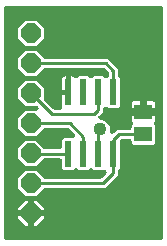
<source format=gbr>
G04 EAGLE Gerber RS-274X export*
G75*
%MOMM*%
%FSLAX34Y34*%
%LPD*%
%INTop Copper*%
%IPPOS*%
%AMOC8*
5,1,8,0,0,1.08239X$1,22.5*%
G01*
%ADD10R,0.600000X2.200000*%
%ADD11R,1.500000X1.300000*%
%ADD12P,1.759533X8X22.500000*%
%ADD13C,0.254000*%
%ADD14C,1.016000*%
%ADD15C,1.108000*%

G36*
X135146Y2543D02*
X135146Y2543D01*
X135164Y2541D01*
X135346Y2562D01*
X135529Y2581D01*
X135546Y2586D01*
X135563Y2588D01*
X135738Y2645D01*
X135914Y2699D01*
X135929Y2707D01*
X135946Y2713D01*
X136106Y2803D01*
X136268Y2891D01*
X136281Y2902D01*
X136297Y2911D01*
X136436Y3031D01*
X136577Y3148D01*
X136588Y3162D01*
X136602Y3174D01*
X136714Y3319D01*
X136829Y3462D01*
X136837Y3478D01*
X136848Y3492D01*
X136930Y3657D01*
X137015Y3819D01*
X137020Y3836D01*
X137028Y3852D01*
X137075Y4031D01*
X137126Y4206D01*
X137128Y4224D01*
X137132Y4241D01*
X137159Y4572D01*
X137159Y198628D01*
X137157Y198646D01*
X137159Y198664D01*
X137138Y198846D01*
X137119Y199029D01*
X137114Y199046D01*
X137112Y199063D01*
X137055Y199238D01*
X137001Y199414D01*
X136993Y199429D01*
X136987Y199446D01*
X136897Y199606D01*
X136809Y199768D01*
X136798Y199781D01*
X136789Y199797D01*
X136669Y199936D01*
X136552Y200077D01*
X136538Y200088D01*
X136526Y200102D01*
X136381Y200214D01*
X136238Y200329D01*
X136222Y200337D01*
X136208Y200348D01*
X136043Y200430D01*
X135881Y200515D01*
X135864Y200520D01*
X135848Y200528D01*
X135669Y200575D01*
X135494Y200626D01*
X135476Y200628D01*
X135459Y200632D01*
X135128Y200659D01*
X4572Y200659D01*
X4554Y200657D01*
X4536Y200659D01*
X4354Y200638D01*
X4171Y200619D01*
X4154Y200614D01*
X4137Y200612D01*
X3962Y200555D01*
X3786Y200501D01*
X3771Y200493D01*
X3754Y200487D01*
X3594Y200397D01*
X3432Y200309D01*
X3419Y200298D01*
X3403Y200289D01*
X3264Y200169D01*
X3123Y200052D01*
X3112Y200038D01*
X3098Y200026D01*
X2986Y199881D01*
X2871Y199738D01*
X2863Y199722D01*
X2852Y199708D01*
X2770Y199543D01*
X2685Y199381D01*
X2680Y199364D01*
X2672Y199348D01*
X2625Y199169D01*
X2574Y198994D01*
X2572Y198976D01*
X2568Y198959D01*
X2541Y198628D01*
X2541Y4572D01*
X2543Y4554D01*
X2541Y4536D01*
X2562Y4354D01*
X2581Y4171D01*
X2586Y4154D01*
X2588Y4137D01*
X2645Y3962D01*
X2699Y3786D01*
X2707Y3771D01*
X2713Y3754D01*
X2803Y3594D01*
X2891Y3432D01*
X2902Y3419D01*
X2911Y3403D01*
X3031Y3264D01*
X3148Y3123D01*
X3162Y3112D01*
X3174Y3098D01*
X3319Y2986D01*
X3462Y2871D01*
X3478Y2863D01*
X3492Y2852D01*
X3657Y2770D01*
X3819Y2685D01*
X3836Y2680D01*
X3852Y2672D01*
X4031Y2625D01*
X4206Y2574D01*
X4224Y2572D01*
X4241Y2568D01*
X4572Y2541D01*
X135128Y2541D01*
X135146Y2543D01*
G37*
%LPC*%
G36*
X20981Y40131D02*
X20981Y40131D01*
X14731Y46381D01*
X14731Y55219D01*
X20981Y61469D01*
X29819Y61469D01*
X36082Y55206D01*
X36103Y55189D01*
X36120Y55168D01*
X36258Y55061D01*
X36394Y54951D01*
X36417Y54938D01*
X36438Y54922D01*
X36595Y54844D01*
X36749Y54762D01*
X36775Y54754D01*
X36799Y54742D01*
X36968Y54697D01*
X37135Y54647D01*
X37162Y54645D01*
X37188Y54638D01*
X37518Y54611D01*
X83940Y54611D01*
X83967Y54613D01*
X83993Y54611D01*
X84167Y54633D01*
X84341Y54651D01*
X84366Y54658D01*
X84393Y54662D01*
X84558Y54717D01*
X84726Y54769D01*
X84749Y54782D01*
X84775Y54790D01*
X84926Y54877D01*
X85080Y54961D01*
X85100Y54978D01*
X85123Y54991D01*
X85376Y55206D01*
X88763Y58592D01*
X88768Y58599D01*
X88775Y58604D01*
X88895Y58754D01*
X89018Y58903D01*
X89022Y58911D01*
X89027Y58918D01*
X89116Y59088D01*
X89206Y59259D01*
X89209Y59268D01*
X89213Y59275D01*
X89266Y59460D01*
X89321Y59645D01*
X89322Y59654D01*
X89324Y59662D01*
X89340Y59851D01*
X89357Y60046D01*
X89356Y60055D01*
X89357Y60064D01*
X89335Y60253D01*
X89314Y60446D01*
X89311Y60455D01*
X89310Y60463D01*
X89251Y60645D01*
X89193Y60830D01*
X89188Y60838D01*
X89185Y60846D01*
X89090Y61015D01*
X88998Y61182D01*
X88992Y61189D01*
X88988Y61197D01*
X88862Y61343D01*
X88737Y61489D01*
X88730Y61495D01*
X88724Y61502D01*
X88573Y61619D01*
X88421Y61739D01*
X88413Y61743D01*
X88406Y61748D01*
X88234Y61834D01*
X88062Y61921D01*
X88054Y61924D01*
X88046Y61928D01*
X87860Y61978D01*
X87674Y62029D01*
X87666Y62030D01*
X87657Y62032D01*
X87326Y62059D01*
X78498Y62059D01*
X77636Y62921D01*
X77623Y62932D01*
X77611Y62945D01*
X77466Y63060D01*
X77325Y63176D01*
X77309Y63184D01*
X77295Y63195D01*
X77131Y63278D01*
X76969Y63364D01*
X76952Y63369D01*
X76936Y63377D01*
X76759Y63427D01*
X76583Y63479D01*
X76565Y63481D01*
X76548Y63485D01*
X76365Y63499D01*
X76182Y63515D01*
X76164Y63513D01*
X76147Y63515D01*
X75965Y63492D01*
X75782Y63472D01*
X75765Y63467D01*
X75747Y63464D01*
X75574Y63406D01*
X75398Y63351D01*
X75382Y63342D01*
X75366Y63336D01*
X75207Y63245D01*
X75046Y63156D01*
X75032Y63144D01*
X75017Y63135D01*
X74764Y62921D01*
X73902Y62059D01*
X65798Y62059D01*
X64936Y62921D01*
X64923Y62932D01*
X64911Y62945D01*
X64766Y63060D01*
X64625Y63176D01*
X64609Y63184D01*
X64595Y63195D01*
X64431Y63278D01*
X64269Y63364D01*
X64252Y63369D01*
X64236Y63377D01*
X64059Y63427D01*
X63883Y63479D01*
X63865Y63481D01*
X63848Y63485D01*
X63665Y63499D01*
X63482Y63515D01*
X63464Y63513D01*
X63447Y63515D01*
X63265Y63492D01*
X63082Y63472D01*
X63065Y63467D01*
X63047Y63464D01*
X62874Y63406D01*
X62698Y63351D01*
X62682Y63342D01*
X62666Y63336D01*
X62507Y63245D01*
X62346Y63156D01*
X62332Y63144D01*
X62317Y63135D01*
X62064Y62921D01*
X61202Y62059D01*
X53098Y62059D01*
X51609Y63548D01*
X51609Y69758D01*
X51607Y69776D01*
X51609Y69794D01*
X51588Y69976D01*
X51569Y70159D01*
X51564Y70176D01*
X51562Y70193D01*
X51505Y70368D01*
X51451Y70544D01*
X51443Y70559D01*
X51437Y70576D01*
X51347Y70736D01*
X51259Y70898D01*
X51248Y70911D01*
X51239Y70927D01*
X51119Y71066D01*
X51002Y71207D01*
X50988Y71218D01*
X50976Y71232D01*
X50831Y71344D01*
X50688Y71459D01*
X50672Y71467D01*
X50658Y71478D01*
X50493Y71560D01*
X50331Y71645D01*
X50314Y71650D01*
X50298Y71658D01*
X50119Y71705D01*
X49944Y71756D01*
X49926Y71758D01*
X49909Y71762D01*
X49578Y71789D01*
X36918Y71789D01*
X36892Y71787D01*
X36865Y71789D01*
X36691Y71767D01*
X36518Y71749D01*
X36492Y71742D01*
X36466Y71738D01*
X36300Y71683D01*
X36133Y71631D01*
X36109Y71618D01*
X36084Y71610D01*
X35932Y71523D01*
X35779Y71439D01*
X35758Y71422D01*
X35735Y71409D01*
X35482Y71194D01*
X29819Y65531D01*
X20981Y65531D01*
X14731Y71781D01*
X14731Y80619D01*
X20981Y86869D01*
X29819Y86869D01*
X36584Y80104D01*
X36676Y79993D01*
X36690Y79982D01*
X36702Y79968D01*
X36847Y79856D01*
X36990Y79741D01*
X37006Y79733D01*
X37020Y79722D01*
X37185Y79640D01*
X37347Y79555D01*
X37364Y79550D01*
X37380Y79542D01*
X37559Y79495D01*
X37734Y79444D01*
X37752Y79442D01*
X37769Y79438D01*
X38100Y79411D01*
X49578Y79411D01*
X49596Y79413D01*
X49614Y79411D01*
X49796Y79432D01*
X49979Y79451D01*
X49996Y79456D01*
X50013Y79458D01*
X50188Y79515D01*
X50364Y79569D01*
X50379Y79577D01*
X50396Y79583D01*
X50556Y79673D01*
X50718Y79761D01*
X50731Y79772D01*
X50747Y79781D01*
X50886Y79901D01*
X51027Y80018D01*
X51038Y80032D01*
X51052Y80044D01*
X51164Y80189D01*
X51279Y80332D01*
X51287Y80348D01*
X51298Y80362D01*
X51380Y80527D01*
X51465Y80689D01*
X51470Y80706D01*
X51478Y80722D01*
X51525Y80901D01*
X51576Y81076D01*
X51578Y81094D01*
X51582Y81111D01*
X51609Y81442D01*
X51609Y87652D01*
X53098Y89141D01*
X60586Y89141D01*
X60595Y89142D01*
X60604Y89141D01*
X60796Y89162D01*
X60987Y89181D01*
X60995Y89183D01*
X61004Y89184D01*
X61187Y89242D01*
X61372Y89299D01*
X61380Y89303D01*
X61388Y89306D01*
X61557Y89399D01*
X61726Y89491D01*
X61733Y89496D01*
X61740Y89501D01*
X61887Y89625D01*
X62035Y89748D01*
X62041Y89755D01*
X62047Y89761D01*
X62166Y89912D01*
X62287Y90062D01*
X62292Y90070D01*
X62297Y90077D01*
X62385Y90250D01*
X62473Y90419D01*
X62475Y90428D01*
X62479Y90436D01*
X62531Y90620D01*
X62584Y90806D01*
X62585Y90815D01*
X62587Y90824D01*
X62602Y91017D01*
X62617Y91208D01*
X62616Y91216D01*
X62617Y91225D01*
X62592Y91418D01*
X62570Y91607D01*
X62568Y91616D01*
X62566Y91625D01*
X62505Y91808D01*
X62445Y91990D01*
X62441Y91998D01*
X62438Y92006D01*
X62342Y92173D01*
X62248Y92341D01*
X62242Y92348D01*
X62237Y92355D01*
X62023Y92608D01*
X57436Y97194D01*
X57416Y97211D01*
X57398Y97232D01*
X57261Y97338D01*
X57125Y97449D01*
X57101Y97462D01*
X57080Y97478D01*
X56924Y97556D01*
X56769Y97638D01*
X56744Y97646D01*
X56720Y97658D01*
X56551Y97703D01*
X56383Y97753D01*
X56357Y97755D01*
X56331Y97762D01*
X56000Y97789D01*
X37518Y97789D01*
X37492Y97787D01*
X37465Y97789D01*
X37291Y97767D01*
X37118Y97749D01*
X37092Y97742D01*
X37066Y97738D01*
X36900Y97683D01*
X36733Y97631D01*
X36709Y97618D01*
X36684Y97610D01*
X36532Y97523D01*
X36379Y97439D01*
X36358Y97422D01*
X36335Y97409D01*
X36082Y97194D01*
X29819Y90931D01*
X20981Y90931D01*
X14731Y97181D01*
X14731Y106019D01*
X20981Y112269D01*
X29838Y112269D01*
X29847Y112270D01*
X29856Y112269D01*
X30049Y112290D01*
X30239Y112309D01*
X30247Y112311D01*
X30256Y112312D01*
X30441Y112371D01*
X30624Y112427D01*
X30632Y112431D01*
X30640Y112434D01*
X30808Y112527D01*
X30978Y112619D01*
X30985Y112624D01*
X30992Y112629D01*
X31140Y112753D01*
X31287Y112876D01*
X31293Y112883D01*
X31299Y112889D01*
X31419Y113041D01*
X31539Y113190D01*
X31544Y113198D01*
X31549Y113205D01*
X31636Y113377D01*
X31725Y113547D01*
X31727Y113556D01*
X31731Y113564D01*
X31783Y113748D01*
X31836Y113934D01*
X31837Y113943D01*
X31839Y113952D01*
X31854Y114145D01*
X31869Y114336D01*
X31868Y114344D01*
X31869Y114353D01*
X31845Y114546D01*
X31822Y114735D01*
X31820Y114744D01*
X31818Y114753D01*
X31757Y114935D01*
X31697Y115118D01*
X31693Y115126D01*
X31690Y115134D01*
X31594Y115301D01*
X31500Y115469D01*
X31494Y115476D01*
X31489Y115483D01*
X31275Y115736D01*
X31254Y115753D01*
X31236Y115774D01*
X31098Y115881D01*
X30963Y115991D01*
X30939Y116004D01*
X30918Y116020D01*
X30761Y116098D01*
X30607Y116180D01*
X30582Y116188D01*
X30558Y116200D01*
X30388Y116245D01*
X30221Y116295D01*
X30195Y116297D01*
X30169Y116304D01*
X29838Y116331D01*
X20981Y116331D01*
X14731Y122581D01*
X14731Y131419D01*
X20981Y137669D01*
X29819Y137669D01*
X36069Y131419D01*
X36069Y122562D01*
X36071Y122535D01*
X36069Y122508D01*
X36091Y122335D01*
X36109Y122161D01*
X36116Y122136D01*
X36120Y122109D01*
X36176Y121943D01*
X36227Y121776D01*
X36240Y121753D01*
X36248Y121727D01*
X36335Y121576D01*
X36419Y121422D01*
X36436Y121402D01*
X36449Y121378D01*
X36664Y121125D01*
X44164Y113626D01*
X44184Y113609D01*
X44202Y113588D01*
X44340Y113481D01*
X44475Y113371D01*
X44499Y113358D01*
X44520Y113342D01*
X44677Y113264D01*
X44831Y113182D01*
X44856Y113174D01*
X44880Y113162D01*
X45050Y113117D01*
X45217Y113067D01*
X45243Y113065D01*
X45269Y113058D01*
X45600Y113031D01*
X49829Y113031D01*
X49911Y113039D01*
X49993Y113037D01*
X50111Y113059D01*
X50229Y113071D01*
X50308Y113095D01*
X50389Y113109D01*
X50500Y113154D01*
X50614Y113189D01*
X50687Y113228D01*
X50763Y113258D01*
X50863Y113324D01*
X50968Y113381D01*
X51032Y113433D01*
X51100Y113478D01*
X51186Y113562D01*
X51278Y113638D01*
X51329Y113702D01*
X51388Y113760D01*
X51455Y113859D01*
X51530Y113952D01*
X51568Y114025D01*
X51614Y114093D01*
X51660Y114203D01*
X51716Y114309D01*
X51738Y114388D01*
X51770Y114464D01*
X51794Y114581D01*
X51827Y114696D01*
X51834Y114778D01*
X51850Y114859D01*
X51850Y114978D01*
X51860Y115098D01*
X51850Y115179D01*
X51850Y115261D01*
X51823Y115411D01*
X51813Y115497D01*
X51800Y115536D01*
X51791Y115588D01*
X51609Y116266D01*
X51609Y125569D01*
X57150Y125569D01*
X57167Y125570D01*
X57185Y125569D01*
X57368Y125590D01*
X57550Y125608D01*
X57567Y125614D01*
X57585Y125616D01*
X57760Y125673D01*
X57935Y125727D01*
X57951Y125735D01*
X57968Y125741D01*
X58128Y125831D01*
X58289Y125918D01*
X58303Y125930D01*
X58318Y125939D01*
X58458Y126059D01*
X58598Y126176D01*
X58599Y126176D01*
X58599Y126177D01*
X58610Y126190D01*
X58623Y126202D01*
X58624Y126202D01*
X58736Y126347D01*
X58851Y126490D01*
X58860Y126506D01*
X58870Y126520D01*
X58952Y126685D01*
X59037Y126848D01*
X59042Y126865D01*
X59050Y126881D01*
X59098Y127059D01*
X59148Y127235D01*
X59150Y127252D01*
X59154Y127270D01*
X59181Y127600D01*
X59181Y141141D01*
X60485Y141141D01*
X61131Y140968D01*
X61710Y140633D01*
X62064Y140279D01*
X62078Y140268D01*
X62089Y140255D01*
X62233Y140141D01*
X62375Y140024D01*
X62391Y140016D01*
X62405Y140005D01*
X62569Y139921D01*
X62731Y139836D01*
X62748Y139831D01*
X62764Y139823D01*
X62941Y139773D01*
X63117Y139721D01*
X63135Y139719D01*
X63152Y139715D01*
X63335Y139701D01*
X63518Y139685D01*
X63536Y139687D01*
X63553Y139685D01*
X63735Y139708D01*
X63918Y139728D01*
X63935Y139733D01*
X63953Y139736D01*
X64127Y139794D01*
X64302Y139849D01*
X64318Y139858D01*
X64334Y139864D01*
X64493Y139955D01*
X64654Y140044D01*
X64668Y140056D01*
X64683Y140065D01*
X64936Y140279D01*
X65798Y141141D01*
X73902Y141141D01*
X74764Y140279D01*
X74778Y140268D01*
X74789Y140255D01*
X74933Y140141D01*
X75075Y140024D01*
X75091Y140016D01*
X75105Y140005D01*
X75269Y139921D01*
X75431Y139836D01*
X75448Y139831D01*
X75464Y139823D01*
X75641Y139773D01*
X75817Y139721D01*
X75835Y139719D01*
X75852Y139715D01*
X76035Y139701D01*
X76218Y139685D01*
X76236Y139687D01*
X76253Y139685D01*
X76435Y139708D01*
X76618Y139728D01*
X76635Y139733D01*
X76653Y139736D01*
X76827Y139794D01*
X77002Y139849D01*
X77018Y139858D01*
X77034Y139864D01*
X77193Y139955D01*
X77354Y140044D01*
X77368Y140056D01*
X77383Y140065D01*
X77636Y140279D01*
X78498Y141141D01*
X86602Y141141D01*
X87464Y140279D01*
X87477Y140268D01*
X87489Y140255D01*
X87634Y140140D01*
X87775Y140024D01*
X87791Y140016D01*
X87805Y140005D01*
X87969Y139922D01*
X88131Y139836D01*
X88148Y139831D01*
X88164Y139823D01*
X88340Y139773D01*
X88517Y139721D01*
X88535Y139719D01*
X88552Y139715D01*
X88734Y139701D01*
X88918Y139685D01*
X88935Y139687D01*
X88953Y139685D01*
X89135Y139708D01*
X89318Y139728D01*
X89335Y139733D01*
X89353Y139736D01*
X89526Y139794D01*
X89702Y139849D01*
X89718Y139858D01*
X89734Y139864D01*
X89893Y139955D01*
X90054Y140044D01*
X90068Y140056D01*
X90083Y140065D01*
X90336Y140279D01*
X90844Y140787D01*
X90861Y140808D01*
X90882Y140826D01*
X90989Y140964D01*
X91099Y141099D01*
X91112Y141123D01*
X91128Y141144D01*
X91206Y141300D01*
X91288Y141455D01*
X91296Y141480D01*
X91308Y141504D01*
X91353Y141673D01*
X91403Y141841D01*
X91405Y141867D01*
X91412Y141893D01*
X91439Y142224D01*
X91439Y143630D01*
X91437Y143657D01*
X91439Y143683D01*
X91417Y143857D01*
X91399Y144031D01*
X91392Y144056D01*
X91388Y144083D01*
X91333Y144249D01*
X91281Y144416D01*
X91268Y144439D01*
X91260Y144465D01*
X91173Y144616D01*
X91089Y144770D01*
X91072Y144790D01*
X91059Y144813D01*
X90844Y145066D01*
X87916Y147994D01*
X87896Y148011D01*
X87878Y148032D01*
X87740Y148139D01*
X87605Y148249D01*
X87581Y148262D01*
X87560Y148278D01*
X87403Y148356D01*
X87249Y148438D01*
X87224Y148446D01*
X87200Y148458D01*
X87030Y148503D01*
X86863Y148553D01*
X86837Y148555D01*
X86811Y148562D01*
X86480Y148589D01*
X37518Y148589D01*
X37492Y148587D01*
X37465Y148589D01*
X37291Y148567D01*
X37118Y148549D01*
X37092Y148542D01*
X37066Y148538D01*
X36900Y148483D01*
X36733Y148431D01*
X36709Y148418D01*
X36684Y148410D01*
X36532Y148323D01*
X36379Y148239D01*
X36358Y148222D01*
X36335Y148209D01*
X36082Y147994D01*
X29819Y141731D01*
X20981Y141731D01*
X14731Y147981D01*
X14731Y156819D01*
X20981Y163069D01*
X29819Y163069D01*
X36082Y156806D01*
X36103Y156789D01*
X36120Y156768D01*
X36258Y156661D01*
X36394Y156551D01*
X36417Y156538D01*
X36438Y156522D01*
X36595Y156444D01*
X36749Y156362D01*
X36775Y156354D01*
X36799Y156342D01*
X36968Y156297D01*
X37135Y156247D01*
X37162Y156245D01*
X37188Y156238D01*
X37518Y156211D01*
X90478Y156211D01*
X99061Y147628D01*
X99061Y142224D01*
X99063Y142197D01*
X99061Y142170D01*
X99083Y141996D01*
X99101Y141823D01*
X99108Y141798D01*
X99112Y141771D01*
X99168Y141605D01*
X99219Y141438D01*
X99232Y141415D01*
X99240Y141389D01*
X99327Y141238D01*
X99411Y141084D01*
X99428Y141064D01*
X99441Y141040D01*
X99656Y140787D01*
X100791Y139652D01*
X100791Y115548D01*
X99302Y114059D01*
X91198Y114059D01*
X90336Y114921D01*
X90322Y114932D01*
X90311Y114945D01*
X90167Y115059D01*
X90025Y115176D01*
X90009Y115184D01*
X89995Y115195D01*
X89831Y115279D01*
X89669Y115364D01*
X89652Y115369D01*
X89636Y115377D01*
X89459Y115427D01*
X89283Y115479D01*
X89265Y115481D01*
X89248Y115485D01*
X89065Y115499D01*
X88882Y115515D01*
X88864Y115513D01*
X88847Y115515D01*
X88665Y115492D01*
X88482Y115472D01*
X88465Y115467D01*
X88447Y115464D01*
X88274Y115406D01*
X88098Y115351D01*
X88082Y115342D01*
X88066Y115336D01*
X87906Y115244D01*
X87746Y115156D01*
X87732Y115144D01*
X87717Y115135D01*
X87464Y114921D01*
X86956Y114413D01*
X86939Y114392D01*
X86918Y114374D01*
X86811Y114236D01*
X86701Y114101D01*
X86688Y114077D01*
X86672Y114056D01*
X86594Y113899D01*
X86512Y113745D01*
X86504Y113720D01*
X86492Y113696D01*
X86447Y113526D01*
X86397Y113359D01*
X86395Y113333D01*
X86388Y113307D01*
X86361Y112976D01*
X86361Y111452D01*
X82977Y108068D01*
X82972Y108061D01*
X82965Y108056D01*
X82845Y107906D01*
X82722Y107757D01*
X82718Y107749D01*
X82713Y107742D01*
X82624Y107572D01*
X82534Y107401D01*
X82531Y107392D01*
X82527Y107385D01*
X82474Y107200D01*
X82419Y107015D01*
X82418Y107006D01*
X82416Y106998D01*
X82400Y106807D01*
X82383Y106614D01*
X82384Y106605D01*
X82383Y106596D01*
X82405Y106407D01*
X82426Y106214D01*
X82429Y106205D01*
X82430Y106197D01*
X82489Y106015D01*
X82547Y105830D01*
X82552Y105822D01*
X82555Y105814D01*
X82650Y105645D01*
X82742Y105478D01*
X82748Y105471D01*
X82752Y105463D01*
X82879Y105316D01*
X83003Y105171D01*
X83010Y105165D01*
X83016Y105158D01*
X83167Y105041D01*
X83319Y104921D01*
X83327Y104917D01*
X83334Y104912D01*
X83506Y104826D01*
X83678Y104739D01*
X83686Y104736D01*
X83694Y104732D01*
X83880Y104682D01*
X84066Y104631D01*
X84074Y104630D01*
X84083Y104628D01*
X84414Y104601D01*
X85427Y104601D01*
X88397Y103371D01*
X90671Y101097D01*
X91901Y98127D01*
X91901Y94574D01*
X91902Y94565D01*
X91901Y94556D01*
X91922Y94364D01*
X91941Y94173D01*
X91943Y94165D01*
X91944Y94156D01*
X92002Y93973D01*
X92059Y93788D01*
X92063Y93780D01*
X92066Y93772D01*
X92159Y93603D01*
X92251Y93434D01*
X92256Y93427D01*
X92261Y93420D01*
X92385Y93273D01*
X92508Y93125D01*
X92515Y93119D01*
X92521Y93113D01*
X92672Y92994D01*
X92822Y92873D01*
X92830Y92868D01*
X92837Y92863D01*
X93010Y92775D01*
X93179Y92687D01*
X93188Y92685D01*
X93196Y92681D01*
X93382Y92629D01*
X93566Y92576D01*
X93575Y92575D01*
X93584Y92573D01*
X93777Y92558D01*
X93968Y92543D01*
X93976Y92544D01*
X93985Y92543D01*
X94178Y92568D01*
X94367Y92590D01*
X94376Y92592D01*
X94385Y92594D01*
X94568Y92655D01*
X94750Y92715D01*
X94758Y92719D01*
X94766Y92722D01*
X94933Y92818D01*
X95101Y92912D01*
X95108Y92918D01*
X95115Y92923D01*
X95368Y93137D01*
X98142Y95911D01*
X108578Y95911D01*
X108596Y95913D01*
X108614Y95911D01*
X108796Y95932D01*
X108979Y95951D01*
X108996Y95956D01*
X109013Y95958D01*
X109188Y96015D01*
X109364Y96069D01*
X109379Y96077D01*
X109396Y96083D01*
X109556Y96173D01*
X109718Y96261D01*
X109731Y96272D01*
X109747Y96281D01*
X109886Y96401D01*
X110027Y96518D01*
X110038Y96532D01*
X110052Y96544D01*
X110164Y96689D01*
X110279Y96832D01*
X110287Y96848D01*
X110298Y96862D01*
X110380Y97027D01*
X110465Y97189D01*
X110470Y97206D01*
X110478Y97222D01*
X110525Y97401D01*
X110576Y97576D01*
X110578Y97594D01*
X110582Y97611D01*
X110609Y97942D01*
X110609Y99652D01*
X111121Y100164D01*
X111132Y100177D01*
X111145Y100189D01*
X111259Y100333D01*
X111376Y100475D01*
X111384Y100491D01*
X111395Y100505D01*
X111478Y100669D01*
X111564Y100831D01*
X111569Y100848D01*
X111577Y100864D01*
X111627Y101041D01*
X111679Y101217D01*
X111681Y101235D01*
X111685Y101252D01*
X111699Y101435D01*
X111715Y101618D01*
X111713Y101636D01*
X111715Y101653D01*
X111692Y101835D01*
X111672Y102018D01*
X111667Y102035D01*
X111664Y102053D01*
X111606Y102226D01*
X111551Y102402D01*
X111542Y102418D01*
X111536Y102434D01*
X111445Y102593D01*
X111356Y102754D01*
X111344Y102768D01*
X111335Y102783D01*
X111121Y103036D01*
X111117Y103040D01*
X110782Y103619D01*
X110609Y104265D01*
X110609Y107851D01*
X119432Y107851D01*
X119450Y107852D01*
X119467Y107851D01*
X119650Y107872D01*
X119832Y107891D01*
X119849Y107896D01*
X119867Y107898D01*
X120042Y107955D01*
X120217Y108009D01*
X120233Y108017D01*
X120250Y108023D01*
X120410Y108113D01*
X120571Y108200D01*
X120585Y108212D01*
X120601Y108221D01*
X120653Y108266D01*
X120758Y108181D01*
X120774Y108173D01*
X120788Y108162D01*
X120953Y108080D01*
X121116Y107995D01*
X121133Y107990D01*
X121149Y107982D01*
X121327Y107934D01*
X121502Y107884D01*
X121520Y107882D01*
X121537Y107878D01*
X121868Y107851D01*
X130691Y107851D01*
X130691Y104265D01*
X130518Y103619D01*
X130183Y103040D01*
X130179Y103036D01*
X130168Y103022D01*
X130155Y103011D01*
X130041Y102867D01*
X129924Y102725D01*
X129916Y102709D01*
X129905Y102695D01*
X129822Y102531D01*
X129736Y102369D01*
X129731Y102352D01*
X129723Y102336D01*
X129673Y102159D01*
X129621Y101983D01*
X129619Y101965D01*
X129615Y101948D01*
X129601Y101765D01*
X129585Y101582D01*
X129587Y101564D01*
X129585Y101547D01*
X129608Y101365D01*
X129628Y101182D01*
X129633Y101165D01*
X129636Y101147D01*
X129694Y100974D01*
X129749Y100798D01*
X129758Y100782D01*
X129764Y100766D01*
X129855Y100607D01*
X129944Y100446D01*
X129956Y100432D01*
X129965Y100417D01*
X130179Y100164D01*
X130691Y99652D01*
X130691Y84548D01*
X129202Y83059D01*
X112098Y83059D01*
X110609Y84548D01*
X110609Y86258D01*
X110607Y86276D01*
X110609Y86294D01*
X110588Y86476D01*
X110569Y86659D01*
X110564Y86676D01*
X110562Y86693D01*
X110505Y86868D01*
X110451Y87044D01*
X110443Y87059D01*
X110437Y87076D01*
X110347Y87236D01*
X110259Y87398D01*
X110248Y87411D01*
X110239Y87427D01*
X110119Y87566D01*
X110002Y87707D01*
X109988Y87718D01*
X109976Y87732D01*
X109831Y87844D01*
X109688Y87959D01*
X109672Y87967D01*
X109658Y87978D01*
X109493Y88060D01*
X109331Y88145D01*
X109314Y88150D01*
X109298Y88158D01*
X109119Y88205D01*
X108944Y88256D01*
X108926Y88258D01*
X108909Y88262D01*
X108578Y88289D01*
X102822Y88289D01*
X102804Y88287D01*
X102786Y88289D01*
X102604Y88268D01*
X102421Y88249D01*
X102404Y88244D01*
X102387Y88242D01*
X102212Y88185D01*
X102036Y88131D01*
X102021Y88123D01*
X102004Y88117D01*
X101844Y88027D01*
X101682Y87939D01*
X101669Y87928D01*
X101653Y87919D01*
X101514Y87799D01*
X101373Y87682D01*
X101362Y87668D01*
X101348Y87656D01*
X101236Y87511D01*
X101121Y87368D01*
X101113Y87352D01*
X101102Y87338D01*
X101020Y87173D01*
X100935Y87011D01*
X100930Y86994D01*
X100922Y86978D01*
X100875Y86799D01*
X100824Y86624D01*
X100822Y86606D01*
X100818Y86589D01*
X100791Y86258D01*
X100791Y63548D01*
X99656Y62413D01*
X99639Y62392D01*
X99618Y62374D01*
X99511Y62236D01*
X99401Y62101D01*
X99388Y62077D01*
X99372Y62056D01*
X99294Y61900D01*
X99212Y61745D01*
X99204Y61720D01*
X99192Y61696D01*
X99147Y61527D01*
X99097Y61359D01*
X99095Y61333D01*
X99088Y61307D01*
X99061Y60976D01*
X99061Y58112D01*
X87938Y46989D01*
X37518Y46989D01*
X37492Y46987D01*
X37465Y46989D01*
X37291Y46967D01*
X37118Y46949D01*
X37092Y46942D01*
X37066Y46938D01*
X36900Y46883D01*
X36733Y46831D01*
X36709Y46818D01*
X36684Y46810D01*
X36532Y46723D01*
X36379Y46639D01*
X36358Y46622D01*
X36335Y46609D01*
X36082Y46394D01*
X29819Y40131D01*
X20981Y40131D01*
G37*
%LPD*%
%LPC*%
G36*
X20981Y167131D02*
X20981Y167131D01*
X14731Y173381D01*
X14731Y182219D01*
X20981Y188469D01*
X29819Y188469D01*
X36069Y182219D01*
X36069Y173381D01*
X29819Y167131D01*
X20981Y167131D01*
G37*
%LPD*%
%LPC*%
G36*
X27939Y27939D02*
X27939Y27939D01*
X27939Y36069D01*
X29819Y36069D01*
X36069Y29819D01*
X36069Y27939D01*
X27939Y27939D01*
G37*
%LPD*%
%LPC*%
G36*
X14731Y27939D02*
X14731Y27939D01*
X14731Y29819D01*
X20981Y36069D01*
X22861Y36069D01*
X22861Y27939D01*
X14731Y27939D01*
G37*
%LPD*%
%LPC*%
G36*
X27939Y14731D02*
X27939Y14731D01*
X27939Y22861D01*
X36069Y22861D01*
X36069Y20981D01*
X29819Y14731D01*
X27939Y14731D01*
G37*
%LPD*%
%LPC*%
G36*
X20981Y14731D02*
X20981Y14731D01*
X14731Y20981D01*
X14731Y22861D01*
X22861Y22861D01*
X22861Y14731D01*
X20981Y14731D01*
G37*
%LPD*%
%LPC*%
G36*
X51609Y129631D02*
X51609Y129631D01*
X51609Y138935D01*
X51782Y139581D01*
X52117Y140160D01*
X52590Y140633D01*
X53169Y140968D01*
X53815Y141141D01*
X55119Y141141D01*
X55119Y129631D01*
X51609Y129631D01*
G37*
%LPD*%
%LPC*%
G36*
X123899Y114349D02*
X123899Y114349D01*
X123899Y120141D01*
X128485Y120141D01*
X129131Y119968D01*
X129710Y119633D01*
X130183Y119160D01*
X130518Y118581D01*
X130691Y117935D01*
X130691Y114349D01*
X123899Y114349D01*
G37*
%LPD*%
%LPC*%
G36*
X110609Y114349D02*
X110609Y114349D01*
X110609Y117935D01*
X110782Y118581D01*
X111117Y119160D01*
X111590Y119633D01*
X112169Y119968D01*
X112815Y120141D01*
X117401Y120141D01*
X117401Y114349D01*
X110609Y114349D01*
G37*
%LPD*%
D10*
X82550Y127600D03*
X82550Y75600D03*
X95250Y127600D03*
X69850Y127600D03*
X57150Y127600D03*
X95250Y75600D03*
X69850Y75600D03*
X57150Y75600D03*
D11*
X120650Y92100D03*
X120650Y111100D03*
D12*
X25400Y177800D03*
X25400Y152400D03*
X25400Y127000D03*
X25400Y101600D03*
X25400Y76200D03*
X25400Y50800D03*
X25400Y25400D03*
D13*
X95250Y59690D02*
X95250Y75600D01*
X95250Y59690D02*
X86360Y50800D01*
X25400Y50800D01*
X95250Y75600D02*
X95250Y87630D01*
X99720Y92100D02*
X120650Y92100D01*
X99720Y92100D02*
X95250Y87630D01*
D14*
X43180Y139700D03*
D13*
X57150Y75600D02*
X25400Y75600D01*
X25400Y76200D01*
X43180Y109220D02*
X25400Y127000D01*
X43180Y109220D02*
X78740Y109220D01*
X82550Y113030D02*
X82550Y127600D01*
X82550Y113030D02*
X78740Y109220D01*
X58420Y101600D02*
X25400Y101600D01*
X69850Y90170D02*
X69850Y75600D01*
X69850Y90170D02*
X58420Y101600D01*
X88900Y152400D02*
X25400Y152400D01*
X95250Y146050D02*
X95250Y127600D01*
X95250Y146050D02*
X88900Y152400D01*
X82550Y95250D02*
X82550Y75600D01*
X82550Y95250D02*
X83820Y96520D01*
D15*
X83820Y96520D03*
M02*

</source>
